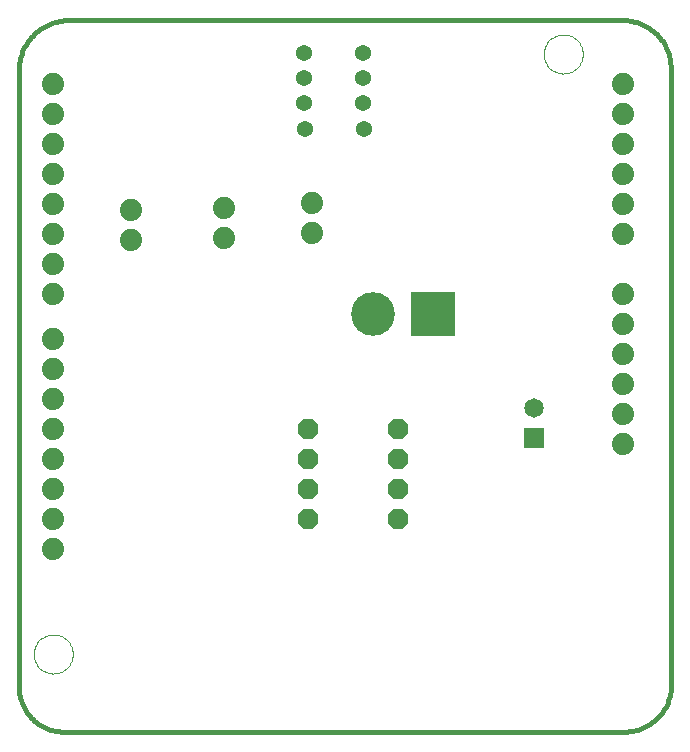
<source format=gtl>
G75*
G70*
%OFA0B0*%
%FSLAX24Y24*%
%IPPOS*%
%LPD*%
%AMOC8*
5,1,8,0,0,1.08239X$1,22.5*
%
%ADD10C,0.0160*%
%ADD11C,0.0740*%
%ADD12C,0.0000*%
%ADD13OC8,0.0680*%
%ADD14R,0.0650X0.0650*%
%ADD15C,0.0650*%
%ADD16C,0.0540*%
%ADD17C,0.1457*%
%ADD18R,0.1457X0.1457*%
D10*
X001849Y006172D02*
X011472Y006172D01*
X011462Y006171D02*
X020539Y006171D01*
X020616Y006173D01*
X020693Y006179D01*
X020769Y006188D01*
X020845Y006201D01*
X020920Y006218D01*
X020994Y006239D01*
X021067Y006263D01*
X021139Y006291D01*
X021210Y006322D01*
X021278Y006357D01*
X021345Y006395D01*
X021410Y006436D01*
X021473Y006481D01*
X021534Y006529D01*
X021592Y006579D01*
X021647Y006632D01*
X021700Y006688D01*
X021750Y006747D01*
X021797Y006808D01*
X021841Y006871D01*
X021882Y006936D01*
X021920Y007003D01*
X021954Y007072D01*
X021985Y007143D01*
X022012Y007215D01*
X022036Y007288D01*
X022056Y007362D01*
X022073Y007437D01*
X022085Y007513D01*
X022094Y007590D01*
X022100Y007667D01*
X022101Y007744D01*
X022100Y007744D02*
X022087Y018887D01*
X022086Y018862D02*
X022086Y028292D01*
X022084Y028370D01*
X022078Y028448D01*
X022069Y028526D01*
X022055Y028603D01*
X022038Y028680D01*
X022017Y028755D01*
X021993Y028830D01*
X021965Y028903D01*
X021933Y028974D01*
X021898Y029044D01*
X021859Y029113D01*
X021817Y029179D01*
X021772Y029243D01*
X021724Y029304D01*
X021673Y029364D01*
X021619Y029421D01*
X021562Y029475D01*
X021502Y029526D01*
X021441Y029574D01*
X021377Y029619D01*
X021311Y029661D01*
X021242Y029700D01*
X021172Y029735D01*
X021101Y029767D01*
X021028Y029795D01*
X020953Y029819D01*
X020878Y029840D01*
X020801Y029857D01*
X020724Y029871D01*
X020646Y029880D01*
X020568Y029886D01*
X020490Y029888D01*
X011089Y029888D01*
X011059Y029891D02*
X002024Y029891D01*
X002024Y029890D02*
X001945Y029888D01*
X001866Y029882D01*
X001787Y029873D01*
X001709Y029860D01*
X001632Y029843D01*
X001555Y029823D01*
X001480Y029799D01*
X001406Y029771D01*
X001333Y029740D01*
X001262Y029705D01*
X001192Y029667D01*
X001125Y029626D01*
X001059Y029582D01*
X000996Y029534D01*
X000935Y029484D01*
X000876Y029431D01*
X000820Y029375D01*
X000767Y029316D01*
X000717Y029255D01*
X000669Y029192D01*
X000625Y029126D01*
X000584Y029059D01*
X000546Y028989D01*
X000511Y028918D01*
X000480Y028845D01*
X000452Y028771D01*
X000428Y028696D01*
X000408Y028619D01*
X000391Y028542D01*
X000378Y028464D01*
X000369Y028385D01*
X000363Y028306D01*
X000361Y028227D01*
X000360Y028227D02*
X000360Y018345D01*
X000364Y018343D02*
X000364Y007657D01*
X000366Y007582D01*
X000372Y007507D01*
X000381Y007432D01*
X000394Y007358D01*
X000411Y007285D01*
X000432Y007212D01*
X000456Y007141D01*
X000484Y007071D01*
X000516Y007003D01*
X000551Y006936D01*
X000589Y006871D01*
X000630Y006809D01*
X000675Y006748D01*
X000722Y006690D01*
X000773Y006634D01*
X000826Y006581D01*
X000882Y006530D01*
X000940Y006483D01*
X001001Y006438D01*
X001063Y006397D01*
X001128Y006359D01*
X001195Y006324D01*
X001263Y006292D01*
X001333Y006264D01*
X001404Y006240D01*
X001477Y006219D01*
X001550Y006202D01*
X001624Y006189D01*
X001699Y006180D01*
X001774Y006174D01*
X001849Y006172D01*
D11*
X001509Y012260D03*
X001509Y013260D03*
X001509Y014260D03*
X001509Y015260D03*
X001509Y016260D03*
X001509Y017260D03*
X001509Y018260D03*
X001509Y019260D03*
X001509Y020760D03*
X001509Y021760D03*
X001509Y022760D03*
X001509Y023760D03*
X001509Y024760D03*
X001509Y025760D03*
X001509Y026760D03*
X001509Y027760D03*
X004104Y023571D03*
X004104Y022571D03*
X007200Y022618D03*
X007200Y023618D03*
X010138Y023785D03*
X010138Y022785D03*
X020509Y022760D03*
X020509Y023760D03*
X020509Y024760D03*
X020509Y025760D03*
X020509Y026760D03*
X020509Y027760D03*
X020509Y020760D03*
X020509Y019760D03*
X020509Y018760D03*
X020509Y017760D03*
X020509Y016760D03*
X020509Y015760D03*
D12*
X017859Y028760D02*
X017861Y028810D01*
X017867Y028860D01*
X017877Y028910D01*
X017890Y028958D01*
X017907Y029006D01*
X017928Y029052D01*
X017952Y029096D01*
X017980Y029138D01*
X018011Y029178D01*
X018045Y029215D01*
X018082Y029250D01*
X018121Y029281D01*
X018162Y029310D01*
X018206Y029335D01*
X018252Y029357D01*
X018299Y029375D01*
X018347Y029389D01*
X018396Y029400D01*
X018446Y029407D01*
X018496Y029410D01*
X018547Y029409D01*
X018597Y029404D01*
X018647Y029395D01*
X018695Y029383D01*
X018743Y029366D01*
X018789Y029346D01*
X018834Y029323D01*
X018877Y029296D01*
X018917Y029266D01*
X018955Y029233D01*
X018990Y029197D01*
X019023Y029158D01*
X019052Y029117D01*
X019078Y029074D01*
X019101Y029029D01*
X019120Y028982D01*
X019135Y028934D01*
X019147Y028885D01*
X019155Y028835D01*
X019159Y028785D01*
X019159Y028735D01*
X019155Y028685D01*
X019147Y028635D01*
X019135Y028586D01*
X019120Y028538D01*
X019101Y028491D01*
X019078Y028446D01*
X019052Y028403D01*
X019023Y028362D01*
X018990Y028323D01*
X018955Y028287D01*
X018917Y028254D01*
X018877Y028224D01*
X018834Y028197D01*
X018789Y028174D01*
X018743Y028154D01*
X018695Y028137D01*
X018647Y028125D01*
X018597Y028116D01*
X018547Y028111D01*
X018496Y028110D01*
X018446Y028113D01*
X018396Y028120D01*
X018347Y028131D01*
X018299Y028145D01*
X018252Y028163D01*
X018206Y028185D01*
X018162Y028210D01*
X018121Y028239D01*
X018082Y028270D01*
X018045Y028305D01*
X018011Y028342D01*
X017980Y028382D01*
X017952Y028424D01*
X017928Y028468D01*
X017907Y028514D01*
X017890Y028562D01*
X017877Y028610D01*
X017867Y028660D01*
X017861Y028710D01*
X017859Y028760D01*
X000859Y008760D02*
X000861Y008810D01*
X000867Y008860D01*
X000877Y008910D01*
X000890Y008958D01*
X000907Y009006D01*
X000928Y009052D01*
X000952Y009096D01*
X000980Y009138D01*
X001011Y009178D01*
X001045Y009215D01*
X001082Y009250D01*
X001121Y009281D01*
X001162Y009310D01*
X001206Y009335D01*
X001252Y009357D01*
X001299Y009375D01*
X001347Y009389D01*
X001396Y009400D01*
X001446Y009407D01*
X001496Y009410D01*
X001547Y009409D01*
X001597Y009404D01*
X001647Y009395D01*
X001695Y009383D01*
X001743Y009366D01*
X001789Y009346D01*
X001834Y009323D01*
X001877Y009296D01*
X001917Y009266D01*
X001955Y009233D01*
X001990Y009197D01*
X002023Y009158D01*
X002052Y009117D01*
X002078Y009074D01*
X002101Y009029D01*
X002120Y008982D01*
X002135Y008934D01*
X002147Y008885D01*
X002155Y008835D01*
X002159Y008785D01*
X002159Y008735D01*
X002155Y008685D01*
X002147Y008635D01*
X002135Y008586D01*
X002120Y008538D01*
X002101Y008491D01*
X002078Y008446D01*
X002052Y008403D01*
X002023Y008362D01*
X001990Y008323D01*
X001955Y008287D01*
X001917Y008254D01*
X001877Y008224D01*
X001834Y008197D01*
X001789Y008174D01*
X001743Y008154D01*
X001695Y008137D01*
X001647Y008125D01*
X001597Y008116D01*
X001547Y008111D01*
X001496Y008110D01*
X001446Y008113D01*
X001396Y008120D01*
X001347Y008131D01*
X001299Y008145D01*
X001252Y008163D01*
X001206Y008185D01*
X001162Y008210D01*
X001121Y008239D01*
X001082Y008270D01*
X001045Y008305D01*
X001011Y008342D01*
X000980Y008382D01*
X000952Y008424D01*
X000928Y008468D01*
X000907Y008514D01*
X000890Y008562D01*
X000877Y008610D01*
X000867Y008660D01*
X000861Y008710D01*
X000859Y008760D01*
D13*
X010009Y013274D03*
X010009Y014274D03*
X010009Y015274D03*
X010009Y016274D03*
X013009Y016274D03*
X013009Y015274D03*
X013009Y014274D03*
X013009Y013274D03*
D14*
X017548Y015964D03*
D15*
X017548Y016964D03*
D16*
X011851Y026248D03*
X011847Y027111D03*
X011843Y027952D03*
X011824Y028793D03*
X009856Y028793D03*
X009874Y027952D03*
X009879Y027111D03*
X009883Y026248D03*
D17*
X012155Y020093D03*
D18*
X014155Y020093D03*
M02*

</source>
